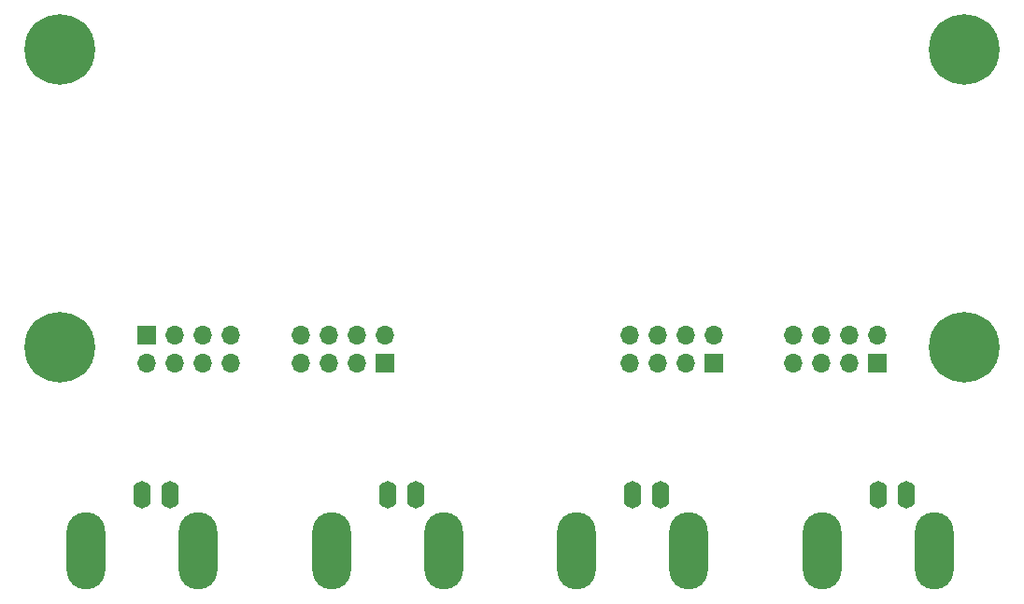
<source format=gbr>
%TF.GenerationSoftware,KiCad,Pcbnew,(6.0.0)*%
%TF.CreationDate,2022-09-15T20:56:53-04:00*%
%TF.ProjectId,Load_PCB_KiCAD,4c6f6164-5f50-4434-925f-4b694341442e,rev?*%
%TF.SameCoordinates,Original*%
%TF.FileFunction,Soldermask,Bot*%
%TF.FilePolarity,Negative*%
%FSLAX46Y46*%
G04 Gerber Fmt 4.6, Leading zero omitted, Abs format (unit mm)*
G04 Created by KiCad (PCBNEW (6.0.0)) date 2022-09-15 20:56:53*
%MOMM*%
%LPD*%
G01*
G04 APERTURE LIST*
%ADD10C,6.400000*%
%ADD11O,1.600000X2.500000*%
%ADD12O,3.500000X7.000000*%
%ADD13R,1.700000X1.700000*%
%ADD14O,1.700000X1.700000*%
G04 APERTURE END LIST*
D10*
%TO.C,H4*%
X79000000Y-66000000D03*
%TD*%
%TO.C,H3*%
X79000000Y-93000000D03*
%TD*%
%TO.C,H2*%
X161000000Y-93000000D03*
%TD*%
%TO.C,H1*%
X161000000Y-66000000D03*
%TD*%
D11*
%TO.C,J3*%
X155685000Y-106420000D03*
X153145000Y-106420000D03*
D12*
X148065000Y-111500000D03*
X158225000Y-111500000D03*
%TD*%
%TO.C,J8*%
X91550000Y-111500000D03*
X81390000Y-111500000D03*
D11*
X86470000Y-106420000D03*
X89010000Y-106420000D03*
%TD*%
D13*
%TO.C,J7*%
X86850000Y-91880000D03*
D14*
X86850000Y-94420000D03*
X89390000Y-91880000D03*
X89390000Y-94420000D03*
X91930000Y-91880000D03*
X91930000Y-94420000D03*
X94470000Y-91880000D03*
X94470000Y-94420000D03*
%TD*%
D13*
%TO.C,J6*%
X138270000Y-94420000D03*
D14*
X138270000Y-91880000D03*
X135730000Y-94420000D03*
X135730000Y-91880000D03*
X133190000Y-94420000D03*
X133190000Y-91880000D03*
X130650000Y-94420000D03*
X130650000Y-91880000D03*
%TD*%
D12*
%TO.C,J5*%
X136000000Y-111500000D03*
X125840000Y-111500000D03*
D11*
X130920000Y-106420000D03*
X133460000Y-106420000D03*
%TD*%
D13*
%TO.C,J4*%
X153070000Y-94420000D03*
D14*
X153070000Y-91880000D03*
X150530000Y-94420000D03*
X150530000Y-91880000D03*
X147990000Y-94420000D03*
X147990000Y-91880000D03*
X145450000Y-94420000D03*
X145450000Y-91880000D03*
%TD*%
%TO.C,J2*%
X100850000Y-91880000D03*
X100850000Y-94420000D03*
X103390000Y-91880000D03*
X103390000Y-94420000D03*
X105930000Y-91880000D03*
X105930000Y-94420000D03*
X108470000Y-91880000D03*
D13*
X108470000Y-94420000D03*
%TD*%
D11*
%TO.C,J1*%
X111235000Y-106420000D03*
X108695000Y-106420000D03*
D12*
X103615000Y-111500000D03*
X113775000Y-111500000D03*
%TD*%
M02*

</source>
